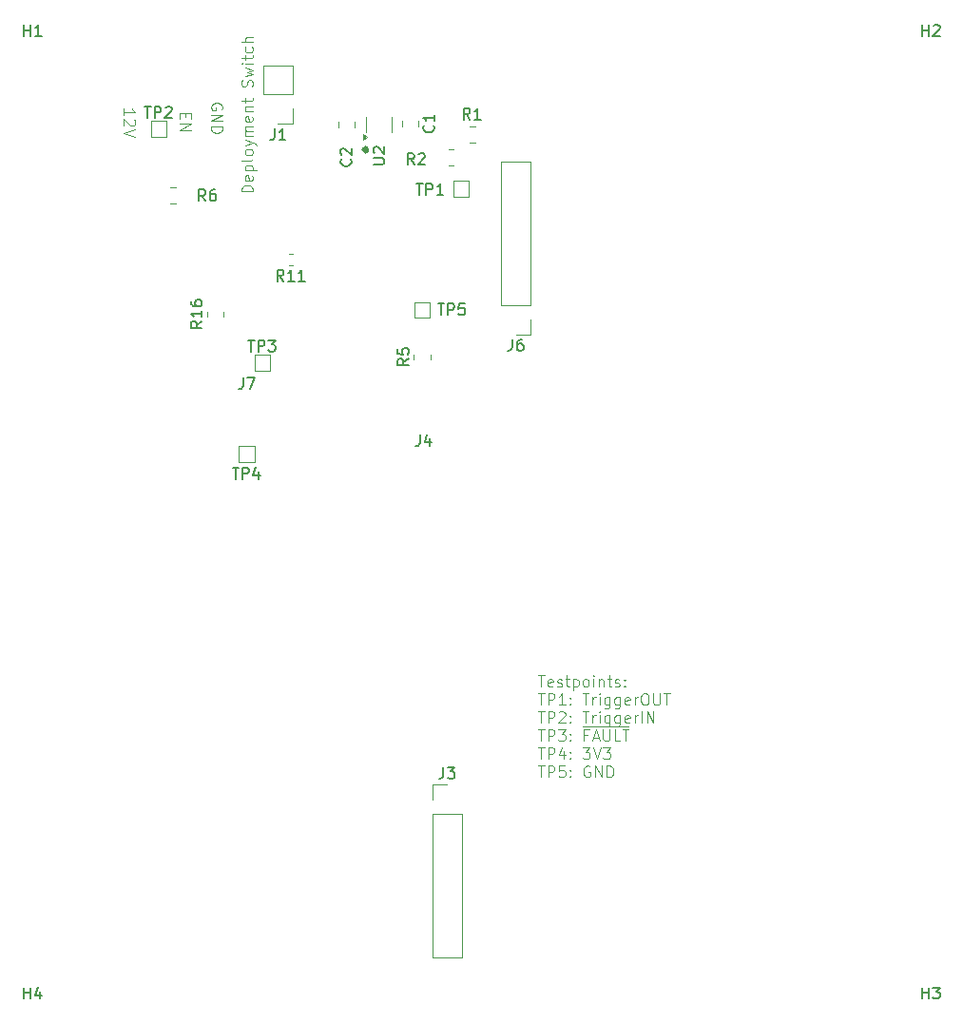
<source format=gbr>
%TF.GenerationSoftware,KiCad,Pcbnew,8.0.8+dfsg-1*%
%TF.CreationDate,2025-08-13T01:43:47+05:30*%
%TF.ProjectId,sanket,73616e6b-6574-42e6-9b69-6361645f7063,6*%
%TF.SameCoordinates,Original*%
%TF.FileFunction,Legend,Top*%
%TF.FilePolarity,Positive*%
%FSLAX46Y46*%
G04 Gerber Fmt 4.6, Leading zero omitted, Abs format (unit mm)*
G04 Created by KiCad (PCBNEW 8.0.8+dfsg-1) date 2025-08-13 01:43:47*
%MOMM*%
%LPD*%
G01*
G04 APERTURE LIST*
%ADD10C,0.359004*%
%ADD11C,0.100000*%
%ADD12C,0.150000*%
%ADD13C,0.120000*%
G04 APERTURE END LIST*
D10*
X132129002Y-60750200D02*
G75*
G02*
X131769998Y-60750200I-179502J0D01*
G01*
X131769998Y-60750200D02*
G75*
G02*
X132129002Y-60750200I179502J0D01*
G01*
D11*
X147325127Y-107554019D02*
X147896555Y-107554019D01*
X147610841Y-108554019D02*
X147610841Y-107554019D01*
X148610841Y-108506400D02*
X148515603Y-108554019D01*
X148515603Y-108554019D02*
X148325127Y-108554019D01*
X148325127Y-108554019D02*
X148229889Y-108506400D01*
X148229889Y-108506400D02*
X148182270Y-108411161D01*
X148182270Y-108411161D02*
X148182270Y-108030209D01*
X148182270Y-108030209D02*
X148229889Y-107934971D01*
X148229889Y-107934971D02*
X148325127Y-107887352D01*
X148325127Y-107887352D02*
X148515603Y-107887352D01*
X148515603Y-107887352D02*
X148610841Y-107934971D01*
X148610841Y-107934971D02*
X148658460Y-108030209D01*
X148658460Y-108030209D02*
X148658460Y-108125447D01*
X148658460Y-108125447D02*
X148182270Y-108220685D01*
X149039413Y-108506400D02*
X149134651Y-108554019D01*
X149134651Y-108554019D02*
X149325127Y-108554019D01*
X149325127Y-108554019D02*
X149420365Y-108506400D01*
X149420365Y-108506400D02*
X149467984Y-108411161D01*
X149467984Y-108411161D02*
X149467984Y-108363542D01*
X149467984Y-108363542D02*
X149420365Y-108268304D01*
X149420365Y-108268304D02*
X149325127Y-108220685D01*
X149325127Y-108220685D02*
X149182270Y-108220685D01*
X149182270Y-108220685D02*
X149087032Y-108173066D01*
X149087032Y-108173066D02*
X149039413Y-108077828D01*
X149039413Y-108077828D02*
X149039413Y-108030209D01*
X149039413Y-108030209D02*
X149087032Y-107934971D01*
X149087032Y-107934971D02*
X149182270Y-107887352D01*
X149182270Y-107887352D02*
X149325127Y-107887352D01*
X149325127Y-107887352D02*
X149420365Y-107934971D01*
X149753699Y-107887352D02*
X150134651Y-107887352D01*
X149896556Y-107554019D02*
X149896556Y-108411161D01*
X149896556Y-108411161D02*
X149944175Y-108506400D01*
X149944175Y-108506400D02*
X150039413Y-108554019D01*
X150039413Y-108554019D02*
X150134651Y-108554019D01*
X150467985Y-107887352D02*
X150467985Y-108887352D01*
X150467985Y-107934971D02*
X150563223Y-107887352D01*
X150563223Y-107887352D02*
X150753699Y-107887352D01*
X150753699Y-107887352D02*
X150848937Y-107934971D01*
X150848937Y-107934971D02*
X150896556Y-107982590D01*
X150896556Y-107982590D02*
X150944175Y-108077828D01*
X150944175Y-108077828D02*
X150944175Y-108363542D01*
X150944175Y-108363542D02*
X150896556Y-108458780D01*
X150896556Y-108458780D02*
X150848937Y-108506400D01*
X150848937Y-108506400D02*
X150753699Y-108554019D01*
X150753699Y-108554019D02*
X150563223Y-108554019D01*
X150563223Y-108554019D02*
X150467985Y-108506400D01*
X151515604Y-108554019D02*
X151420366Y-108506400D01*
X151420366Y-108506400D02*
X151372747Y-108458780D01*
X151372747Y-108458780D02*
X151325128Y-108363542D01*
X151325128Y-108363542D02*
X151325128Y-108077828D01*
X151325128Y-108077828D02*
X151372747Y-107982590D01*
X151372747Y-107982590D02*
X151420366Y-107934971D01*
X151420366Y-107934971D02*
X151515604Y-107887352D01*
X151515604Y-107887352D02*
X151658461Y-107887352D01*
X151658461Y-107887352D02*
X151753699Y-107934971D01*
X151753699Y-107934971D02*
X151801318Y-107982590D01*
X151801318Y-107982590D02*
X151848937Y-108077828D01*
X151848937Y-108077828D02*
X151848937Y-108363542D01*
X151848937Y-108363542D02*
X151801318Y-108458780D01*
X151801318Y-108458780D02*
X151753699Y-108506400D01*
X151753699Y-108506400D02*
X151658461Y-108554019D01*
X151658461Y-108554019D02*
X151515604Y-108554019D01*
X152277509Y-108554019D02*
X152277509Y-107887352D01*
X152277509Y-107554019D02*
X152229890Y-107601638D01*
X152229890Y-107601638D02*
X152277509Y-107649257D01*
X152277509Y-107649257D02*
X152325128Y-107601638D01*
X152325128Y-107601638D02*
X152277509Y-107554019D01*
X152277509Y-107554019D02*
X152277509Y-107649257D01*
X152753699Y-107887352D02*
X152753699Y-108554019D01*
X152753699Y-107982590D02*
X152801318Y-107934971D01*
X152801318Y-107934971D02*
X152896556Y-107887352D01*
X152896556Y-107887352D02*
X153039413Y-107887352D01*
X153039413Y-107887352D02*
X153134651Y-107934971D01*
X153134651Y-107934971D02*
X153182270Y-108030209D01*
X153182270Y-108030209D02*
X153182270Y-108554019D01*
X153515604Y-107887352D02*
X153896556Y-107887352D01*
X153658461Y-107554019D02*
X153658461Y-108411161D01*
X153658461Y-108411161D02*
X153706080Y-108506400D01*
X153706080Y-108506400D02*
X153801318Y-108554019D01*
X153801318Y-108554019D02*
X153896556Y-108554019D01*
X154182271Y-108506400D02*
X154277509Y-108554019D01*
X154277509Y-108554019D02*
X154467985Y-108554019D01*
X154467985Y-108554019D02*
X154563223Y-108506400D01*
X154563223Y-108506400D02*
X154610842Y-108411161D01*
X154610842Y-108411161D02*
X154610842Y-108363542D01*
X154610842Y-108363542D02*
X154563223Y-108268304D01*
X154563223Y-108268304D02*
X154467985Y-108220685D01*
X154467985Y-108220685D02*
X154325128Y-108220685D01*
X154325128Y-108220685D02*
X154229890Y-108173066D01*
X154229890Y-108173066D02*
X154182271Y-108077828D01*
X154182271Y-108077828D02*
X154182271Y-108030209D01*
X154182271Y-108030209D02*
X154229890Y-107934971D01*
X154229890Y-107934971D02*
X154325128Y-107887352D01*
X154325128Y-107887352D02*
X154467985Y-107887352D01*
X154467985Y-107887352D02*
X154563223Y-107934971D01*
X155039414Y-108458780D02*
X155087033Y-108506400D01*
X155087033Y-108506400D02*
X155039414Y-108554019D01*
X155039414Y-108554019D02*
X154991795Y-108506400D01*
X154991795Y-108506400D02*
X155039414Y-108458780D01*
X155039414Y-108458780D02*
X155039414Y-108554019D01*
X155039414Y-107934971D02*
X155087033Y-107982590D01*
X155087033Y-107982590D02*
X155039414Y-108030209D01*
X155039414Y-108030209D02*
X154991795Y-107982590D01*
X154991795Y-107982590D02*
X155039414Y-107934971D01*
X155039414Y-107934971D02*
X155039414Y-108030209D01*
X147325127Y-109163963D02*
X147896555Y-109163963D01*
X147610841Y-110163963D02*
X147610841Y-109163963D01*
X148229889Y-110163963D02*
X148229889Y-109163963D01*
X148229889Y-109163963D02*
X148610841Y-109163963D01*
X148610841Y-109163963D02*
X148706079Y-109211582D01*
X148706079Y-109211582D02*
X148753698Y-109259201D01*
X148753698Y-109259201D02*
X148801317Y-109354439D01*
X148801317Y-109354439D02*
X148801317Y-109497296D01*
X148801317Y-109497296D02*
X148753698Y-109592534D01*
X148753698Y-109592534D02*
X148706079Y-109640153D01*
X148706079Y-109640153D02*
X148610841Y-109687772D01*
X148610841Y-109687772D02*
X148229889Y-109687772D01*
X149753698Y-110163963D02*
X149182270Y-110163963D01*
X149467984Y-110163963D02*
X149467984Y-109163963D01*
X149467984Y-109163963D02*
X149372746Y-109306820D01*
X149372746Y-109306820D02*
X149277508Y-109402058D01*
X149277508Y-109402058D02*
X149182270Y-109449677D01*
X150182270Y-110068724D02*
X150229889Y-110116344D01*
X150229889Y-110116344D02*
X150182270Y-110163963D01*
X150182270Y-110163963D02*
X150134651Y-110116344D01*
X150134651Y-110116344D02*
X150182270Y-110068724D01*
X150182270Y-110068724D02*
X150182270Y-110163963D01*
X150182270Y-109544915D02*
X150229889Y-109592534D01*
X150229889Y-109592534D02*
X150182270Y-109640153D01*
X150182270Y-109640153D02*
X150134651Y-109592534D01*
X150134651Y-109592534D02*
X150182270Y-109544915D01*
X150182270Y-109544915D02*
X150182270Y-109640153D01*
X151277508Y-109163963D02*
X151848936Y-109163963D01*
X151563222Y-110163963D02*
X151563222Y-109163963D01*
X152182270Y-110163963D02*
X152182270Y-109497296D01*
X152182270Y-109687772D02*
X152229889Y-109592534D01*
X152229889Y-109592534D02*
X152277508Y-109544915D01*
X152277508Y-109544915D02*
X152372746Y-109497296D01*
X152372746Y-109497296D02*
X152467984Y-109497296D01*
X152801318Y-110163963D02*
X152801318Y-109497296D01*
X152801318Y-109163963D02*
X152753699Y-109211582D01*
X152753699Y-109211582D02*
X152801318Y-109259201D01*
X152801318Y-109259201D02*
X152848937Y-109211582D01*
X152848937Y-109211582D02*
X152801318Y-109163963D01*
X152801318Y-109163963D02*
X152801318Y-109259201D01*
X153706079Y-109497296D02*
X153706079Y-110306820D01*
X153706079Y-110306820D02*
X153658460Y-110402058D01*
X153658460Y-110402058D02*
X153610841Y-110449677D01*
X153610841Y-110449677D02*
X153515603Y-110497296D01*
X153515603Y-110497296D02*
X153372746Y-110497296D01*
X153372746Y-110497296D02*
X153277508Y-110449677D01*
X153706079Y-110116344D02*
X153610841Y-110163963D01*
X153610841Y-110163963D02*
X153420365Y-110163963D01*
X153420365Y-110163963D02*
X153325127Y-110116344D01*
X153325127Y-110116344D02*
X153277508Y-110068724D01*
X153277508Y-110068724D02*
X153229889Y-109973486D01*
X153229889Y-109973486D02*
X153229889Y-109687772D01*
X153229889Y-109687772D02*
X153277508Y-109592534D01*
X153277508Y-109592534D02*
X153325127Y-109544915D01*
X153325127Y-109544915D02*
X153420365Y-109497296D01*
X153420365Y-109497296D02*
X153610841Y-109497296D01*
X153610841Y-109497296D02*
X153706079Y-109544915D01*
X154610841Y-109497296D02*
X154610841Y-110306820D01*
X154610841Y-110306820D02*
X154563222Y-110402058D01*
X154563222Y-110402058D02*
X154515603Y-110449677D01*
X154515603Y-110449677D02*
X154420365Y-110497296D01*
X154420365Y-110497296D02*
X154277508Y-110497296D01*
X154277508Y-110497296D02*
X154182270Y-110449677D01*
X154610841Y-110116344D02*
X154515603Y-110163963D01*
X154515603Y-110163963D02*
X154325127Y-110163963D01*
X154325127Y-110163963D02*
X154229889Y-110116344D01*
X154229889Y-110116344D02*
X154182270Y-110068724D01*
X154182270Y-110068724D02*
X154134651Y-109973486D01*
X154134651Y-109973486D02*
X154134651Y-109687772D01*
X154134651Y-109687772D02*
X154182270Y-109592534D01*
X154182270Y-109592534D02*
X154229889Y-109544915D01*
X154229889Y-109544915D02*
X154325127Y-109497296D01*
X154325127Y-109497296D02*
X154515603Y-109497296D01*
X154515603Y-109497296D02*
X154610841Y-109544915D01*
X155467984Y-110116344D02*
X155372746Y-110163963D01*
X155372746Y-110163963D02*
X155182270Y-110163963D01*
X155182270Y-110163963D02*
X155087032Y-110116344D01*
X155087032Y-110116344D02*
X155039413Y-110021105D01*
X155039413Y-110021105D02*
X155039413Y-109640153D01*
X155039413Y-109640153D02*
X155087032Y-109544915D01*
X155087032Y-109544915D02*
X155182270Y-109497296D01*
X155182270Y-109497296D02*
X155372746Y-109497296D01*
X155372746Y-109497296D02*
X155467984Y-109544915D01*
X155467984Y-109544915D02*
X155515603Y-109640153D01*
X155515603Y-109640153D02*
X155515603Y-109735391D01*
X155515603Y-109735391D02*
X155039413Y-109830629D01*
X155944175Y-110163963D02*
X155944175Y-109497296D01*
X155944175Y-109687772D02*
X155991794Y-109592534D01*
X155991794Y-109592534D02*
X156039413Y-109544915D01*
X156039413Y-109544915D02*
X156134651Y-109497296D01*
X156134651Y-109497296D02*
X156229889Y-109497296D01*
X156753699Y-109163963D02*
X156944175Y-109163963D01*
X156944175Y-109163963D02*
X157039413Y-109211582D01*
X157039413Y-109211582D02*
X157134651Y-109306820D01*
X157134651Y-109306820D02*
X157182270Y-109497296D01*
X157182270Y-109497296D02*
X157182270Y-109830629D01*
X157182270Y-109830629D02*
X157134651Y-110021105D01*
X157134651Y-110021105D02*
X157039413Y-110116344D01*
X157039413Y-110116344D02*
X156944175Y-110163963D01*
X156944175Y-110163963D02*
X156753699Y-110163963D01*
X156753699Y-110163963D02*
X156658461Y-110116344D01*
X156658461Y-110116344D02*
X156563223Y-110021105D01*
X156563223Y-110021105D02*
X156515604Y-109830629D01*
X156515604Y-109830629D02*
X156515604Y-109497296D01*
X156515604Y-109497296D02*
X156563223Y-109306820D01*
X156563223Y-109306820D02*
X156658461Y-109211582D01*
X156658461Y-109211582D02*
X156753699Y-109163963D01*
X157610842Y-109163963D02*
X157610842Y-109973486D01*
X157610842Y-109973486D02*
X157658461Y-110068724D01*
X157658461Y-110068724D02*
X157706080Y-110116344D01*
X157706080Y-110116344D02*
X157801318Y-110163963D01*
X157801318Y-110163963D02*
X157991794Y-110163963D01*
X157991794Y-110163963D02*
X158087032Y-110116344D01*
X158087032Y-110116344D02*
X158134651Y-110068724D01*
X158134651Y-110068724D02*
X158182270Y-109973486D01*
X158182270Y-109973486D02*
X158182270Y-109163963D01*
X158515604Y-109163963D02*
X159087032Y-109163963D01*
X158801318Y-110163963D02*
X158801318Y-109163963D01*
X147325127Y-110773907D02*
X147896555Y-110773907D01*
X147610841Y-111773907D02*
X147610841Y-110773907D01*
X148229889Y-111773907D02*
X148229889Y-110773907D01*
X148229889Y-110773907D02*
X148610841Y-110773907D01*
X148610841Y-110773907D02*
X148706079Y-110821526D01*
X148706079Y-110821526D02*
X148753698Y-110869145D01*
X148753698Y-110869145D02*
X148801317Y-110964383D01*
X148801317Y-110964383D02*
X148801317Y-111107240D01*
X148801317Y-111107240D02*
X148753698Y-111202478D01*
X148753698Y-111202478D02*
X148706079Y-111250097D01*
X148706079Y-111250097D02*
X148610841Y-111297716D01*
X148610841Y-111297716D02*
X148229889Y-111297716D01*
X149182270Y-110869145D02*
X149229889Y-110821526D01*
X149229889Y-110821526D02*
X149325127Y-110773907D01*
X149325127Y-110773907D02*
X149563222Y-110773907D01*
X149563222Y-110773907D02*
X149658460Y-110821526D01*
X149658460Y-110821526D02*
X149706079Y-110869145D01*
X149706079Y-110869145D02*
X149753698Y-110964383D01*
X149753698Y-110964383D02*
X149753698Y-111059621D01*
X149753698Y-111059621D02*
X149706079Y-111202478D01*
X149706079Y-111202478D02*
X149134651Y-111773907D01*
X149134651Y-111773907D02*
X149753698Y-111773907D01*
X150182270Y-111678668D02*
X150229889Y-111726288D01*
X150229889Y-111726288D02*
X150182270Y-111773907D01*
X150182270Y-111773907D02*
X150134651Y-111726288D01*
X150134651Y-111726288D02*
X150182270Y-111678668D01*
X150182270Y-111678668D02*
X150182270Y-111773907D01*
X150182270Y-111154859D02*
X150229889Y-111202478D01*
X150229889Y-111202478D02*
X150182270Y-111250097D01*
X150182270Y-111250097D02*
X150134651Y-111202478D01*
X150134651Y-111202478D02*
X150182270Y-111154859D01*
X150182270Y-111154859D02*
X150182270Y-111250097D01*
X151277508Y-110773907D02*
X151848936Y-110773907D01*
X151563222Y-111773907D02*
X151563222Y-110773907D01*
X152182270Y-111773907D02*
X152182270Y-111107240D01*
X152182270Y-111297716D02*
X152229889Y-111202478D01*
X152229889Y-111202478D02*
X152277508Y-111154859D01*
X152277508Y-111154859D02*
X152372746Y-111107240D01*
X152372746Y-111107240D02*
X152467984Y-111107240D01*
X152801318Y-111773907D02*
X152801318Y-111107240D01*
X152801318Y-110773907D02*
X152753699Y-110821526D01*
X152753699Y-110821526D02*
X152801318Y-110869145D01*
X152801318Y-110869145D02*
X152848937Y-110821526D01*
X152848937Y-110821526D02*
X152801318Y-110773907D01*
X152801318Y-110773907D02*
X152801318Y-110869145D01*
X153706079Y-111107240D02*
X153706079Y-111916764D01*
X153706079Y-111916764D02*
X153658460Y-112012002D01*
X153658460Y-112012002D02*
X153610841Y-112059621D01*
X153610841Y-112059621D02*
X153515603Y-112107240D01*
X153515603Y-112107240D02*
X153372746Y-112107240D01*
X153372746Y-112107240D02*
X153277508Y-112059621D01*
X153706079Y-111726288D02*
X153610841Y-111773907D01*
X153610841Y-111773907D02*
X153420365Y-111773907D01*
X153420365Y-111773907D02*
X153325127Y-111726288D01*
X153325127Y-111726288D02*
X153277508Y-111678668D01*
X153277508Y-111678668D02*
X153229889Y-111583430D01*
X153229889Y-111583430D02*
X153229889Y-111297716D01*
X153229889Y-111297716D02*
X153277508Y-111202478D01*
X153277508Y-111202478D02*
X153325127Y-111154859D01*
X153325127Y-111154859D02*
X153420365Y-111107240D01*
X153420365Y-111107240D02*
X153610841Y-111107240D01*
X153610841Y-111107240D02*
X153706079Y-111154859D01*
X154610841Y-111107240D02*
X154610841Y-111916764D01*
X154610841Y-111916764D02*
X154563222Y-112012002D01*
X154563222Y-112012002D02*
X154515603Y-112059621D01*
X154515603Y-112059621D02*
X154420365Y-112107240D01*
X154420365Y-112107240D02*
X154277508Y-112107240D01*
X154277508Y-112107240D02*
X154182270Y-112059621D01*
X154610841Y-111726288D02*
X154515603Y-111773907D01*
X154515603Y-111773907D02*
X154325127Y-111773907D01*
X154325127Y-111773907D02*
X154229889Y-111726288D01*
X154229889Y-111726288D02*
X154182270Y-111678668D01*
X154182270Y-111678668D02*
X154134651Y-111583430D01*
X154134651Y-111583430D02*
X154134651Y-111297716D01*
X154134651Y-111297716D02*
X154182270Y-111202478D01*
X154182270Y-111202478D02*
X154229889Y-111154859D01*
X154229889Y-111154859D02*
X154325127Y-111107240D01*
X154325127Y-111107240D02*
X154515603Y-111107240D01*
X154515603Y-111107240D02*
X154610841Y-111154859D01*
X155467984Y-111726288D02*
X155372746Y-111773907D01*
X155372746Y-111773907D02*
X155182270Y-111773907D01*
X155182270Y-111773907D02*
X155087032Y-111726288D01*
X155087032Y-111726288D02*
X155039413Y-111631049D01*
X155039413Y-111631049D02*
X155039413Y-111250097D01*
X155039413Y-111250097D02*
X155087032Y-111154859D01*
X155087032Y-111154859D02*
X155182270Y-111107240D01*
X155182270Y-111107240D02*
X155372746Y-111107240D01*
X155372746Y-111107240D02*
X155467984Y-111154859D01*
X155467984Y-111154859D02*
X155515603Y-111250097D01*
X155515603Y-111250097D02*
X155515603Y-111345335D01*
X155515603Y-111345335D02*
X155039413Y-111440573D01*
X155944175Y-111773907D02*
X155944175Y-111107240D01*
X155944175Y-111297716D02*
X155991794Y-111202478D01*
X155991794Y-111202478D02*
X156039413Y-111154859D01*
X156039413Y-111154859D02*
X156134651Y-111107240D01*
X156134651Y-111107240D02*
X156229889Y-111107240D01*
X156563223Y-111773907D02*
X156563223Y-110773907D01*
X157039413Y-111773907D02*
X157039413Y-110773907D01*
X157039413Y-110773907D02*
X157610841Y-111773907D01*
X157610841Y-111773907D02*
X157610841Y-110773907D01*
X147325127Y-112383851D02*
X147896555Y-112383851D01*
X147610841Y-113383851D02*
X147610841Y-112383851D01*
X148229889Y-113383851D02*
X148229889Y-112383851D01*
X148229889Y-112383851D02*
X148610841Y-112383851D01*
X148610841Y-112383851D02*
X148706079Y-112431470D01*
X148706079Y-112431470D02*
X148753698Y-112479089D01*
X148753698Y-112479089D02*
X148801317Y-112574327D01*
X148801317Y-112574327D02*
X148801317Y-112717184D01*
X148801317Y-112717184D02*
X148753698Y-112812422D01*
X148753698Y-112812422D02*
X148706079Y-112860041D01*
X148706079Y-112860041D02*
X148610841Y-112907660D01*
X148610841Y-112907660D02*
X148229889Y-112907660D01*
X149134651Y-112383851D02*
X149753698Y-112383851D01*
X149753698Y-112383851D02*
X149420365Y-112764803D01*
X149420365Y-112764803D02*
X149563222Y-112764803D01*
X149563222Y-112764803D02*
X149658460Y-112812422D01*
X149658460Y-112812422D02*
X149706079Y-112860041D01*
X149706079Y-112860041D02*
X149753698Y-112955279D01*
X149753698Y-112955279D02*
X149753698Y-113193374D01*
X149753698Y-113193374D02*
X149706079Y-113288612D01*
X149706079Y-113288612D02*
X149658460Y-113336232D01*
X149658460Y-113336232D02*
X149563222Y-113383851D01*
X149563222Y-113383851D02*
X149277508Y-113383851D01*
X149277508Y-113383851D02*
X149182270Y-113336232D01*
X149182270Y-113336232D02*
X149134651Y-113288612D01*
X150182270Y-113288612D02*
X150229889Y-113336232D01*
X150229889Y-113336232D02*
X150182270Y-113383851D01*
X150182270Y-113383851D02*
X150134651Y-113336232D01*
X150134651Y-113336232D02*
X150182270Y-113288612D01*
X150182270Y-113288612D02*
X150182270Y-113383851D01*
X150182270Y-112764803D02*
X150229889Y-112812422D01*
X150229889Y-112812422D02*
X150182270Y-112860041D01*
X150182270Y-112860041D02*
X150134651Y-112812422D01*
X150134651Y-112812422D02*
X150182270Y-112764803D01*
X150182270Y-112764803D02*
X150182270Y-112860041D01*
X151753698Y-112860041D02*
X151420365Y-112860041D01*
X151420365Y-113383851D02*
X151420365Y-112383851D01*
X151420365Y-112383851D02*
X151896555Y-112383851D01*
X152229889Y-113098136D02*
X152706079Y-113098136D01*
X152134651Y-113383851D02*
X152467984Y-112383851D01*
X152467984Y-112383851D02*
X152801317Y-113383851D01*
X153134651Y-112383851D02*
X153134651Y-113193374D01*
X153134651Y-113193374D02*
X153182270Y-113288612D01*
X153182270Y-113288612D02*
X153229889Y-113336232D01*
X153229889Y-113336232D02*
X153325127Y-113383851D01*
X153325127Y-113383851D02*
X153515603Y-113383851D01*
X153515603Y-113383851D02*
X153610841Y-113336232D01*
X153610841Y-113336232D02*
X153658460Y-113288612D01*
X153658460Y-113288612D02*
X153706079Y-113193374D01*
X153706079Y-113193374D02*
X153706079Y-112383851D01*
X154658460Y-113383851D02*
X154182270Y-113383851D01*
X154182270Y-113383851D02*
X154182270Y-112383851D01*
X154848937Y-112383851D02*
X155420365Y-112383851D01*
X155134651Y-113383851D02*
X155134651Y-112383851D01*
X151282270Y-112106232D02*
X155415604Y-112106232D01*
X147325127Y-113993795D02*
X147896555Y-113993795D01*
X147610841Y-114993795D02*
X147610841Y-113993795D01*
X148229889Y-114993795D02*
X148229889Y-113993795D01*
X148229889Y-113993795D02*
X148610841Y-113993795D01*
X148610841Y-113993795D02*
X148706079Y-114041414D01*
X148706079Y-114041414D02*
X148753698Y-114089033D01*
X148753698Y-114089033D02*
X148801317Y-114184271D01*
X148801317Y-114184271D02*
X148801317Y-114327128D01*
X148801317Y-114327128D02*
X148753698Y-114422366D01*
X148753698Y-114422366D02*
X148706079Y-114469985D01*
X148706079Y-114469985D02*
X148610841Y-114517604D01*
X148610841Y-114517604D02*
X148229889Y-114517604D01*
X149658460Y-114327128D02*
X149658460Y-114993795D01*
X149420365Y-113946176D02*
X149182270Y-114660461D01*
X149182270Y-114660461D02*
X149801317Y-114660461D01*
X150182270Y-114898556D02*
X150229889Y-114946176D01*
X150229889Y-114946176D02*
X150182270Y-114993795D01*
X150182270Y-114993795D02*
X150134651Y-114946176D01*
X150134651Y-114946176D02*
X150182270Y-114898556D01*
X150182270Y-114898556D02*
X150182270Y-114993795D01*
X150182270Y-114374747D02*
X150229889Y-114422366D01*
X150229889Y-114422366D02*
X150182270Y-114469985D01*
X150182270Y-114469985D02*
X150134651Y-114422366D01*
X150134651Y-114422366D02*
X150182270Y-114374747D01*
X150182270Y-114374747D02*
X150182270Y-114469985D01*
X151325127Y-113993795D02*
X151944174Y-113993795D01*
X151944174Y-113993795D02*
X151610841Y-114374747D01*
X151610841Y-114374747D02*
X151753698Y-114374747D01*
X151753698Y-114374747D02*
X151848936Y-114422366D01*
X151848936Y-114422366D02*
X151896555Y-114469985D01*
X151896555Y-114469985D02*
X151944174Y-114565223D01*
X151944174Y-114565223D02*
X151944174Y-114803318D01*
X151944174Y-114803318D02*
X151896555Y-114898556D01*
X151896555Y-114898556D02*
X151848936Y-114946176D01*
X151848936Y-114946176D02*
X151753698Y-114993795D01*
X151753698Y-114993795D02*
X151467984Y-114993795D01*
X151467984Y-114993795D02*
X151372746Y-114946176D01*
X151372746Y-114946176D02*
X151325127Y-114898556D01*
X152229889Y-113993795D02*
X152563222Y-114993795D01*
X152563222Y-114993795D02*
X152896555Y-113993795D01*
X153134651Y-113993795D02*
X153753698Y-113993795D01*
X153753698Y-113993795D02*
X153420365Y-114374747D01*
X153420365Y-114374747D02*
X153563222Y-114374747D01*
X153563222Y-114374747D02*
X153658460Y-114422366D01*
X153658460Y-114422366D02*
X153706079Y-114469985D01*
X153706079Y-114469985D02*
X153753698Y-114565223D01*
X153753698Y-114565223D02*
X153753698Y-114803318D01*
X153753698Y-114803318D02*
X153706079Y-114898556D01*
X153706079Y-114898556D02*
X153658460Y-114946176D01*
X153658460Y-114946176D02*
X153563222Y-114993795D01*
X153563222Y-114993795D02*
X153277508Y-114993795D01*
X153277508Y-114993795D02*
X153182270Y-114946176D01*
X153182270Y-114946176D02*
X153134651Y-114898556D01*
X147325127Y-115603739D02*
X147896555Y-115603739D01*
X147610841Y-116603739D02*
X147610841Y-115603739D01*
X148229889Y-116603739D02*
X148229889Y-115603739D01*
X148229889Y-115603739D02*
X148610841Y-115603739D01*
X148610841Y-115603739D02*
X148706079Y-115651358D01*
X148706079Y-115651358D02*
X148753698Y-115698977D01*
X148753698Y-115698977D02*
X148801317Y-115794215D01*
X148801317Y-115794215D02*
X148801317Y-115937072D01*
X148801317Y-115937072D02*
X148753698Y-116032310D01*
X148753698Y-116032310D02*
X148706079Y-116079929D01*
X148706079Y-116079929D02*
X148610841Y-116127548D01*
X148610841Y-116127548D02*
X148229889Y-116127548D01*
X149706079Y-115603739D02*
X149229889Y-115603739D01*
X149229889Y-115603739D02*
X149182270Y-116079929D01*
X149182270Y-116079929D02*
X149229889Y-116032310D01*
X149229889Y-116032310D02*
X149325127Y-115984691D01*
X149325127Y-115984691D02*
X149563222Y-115984691D01*
X149563222Y-115984691D02*
X149658460Y-116032310D01*
X149658460Y-116032310D02*
X149706079Y-116079929D01*
X149706079Y-116079929D02*
X149753698Y-116175167D01*
X149753698Y-116175167D02*
X149753698Y-116413262D01*
X149753698Y-116413262D02*
X149706079Y-116508500D01*
X149706079Y-116508500D02*
X149658460Y-116556120D01*
X149658460Y-116556120D02*
X149563222Y-116603739D01*
X149563222Y-116603739D02*
X149325127Y-116603739D01*
X149325127Y-116603739D02*
X149229889Y-116556120D01*
X149229889Y-116556120D02*
X149182270Y-116508500D01*
X150182270Y-116508500D02*
X150229889Y-116556120D01*
X150229889Y-116556120D02*
X150182270Y-116603739D01*
X150182270Y-116603739D02*
X150134651Y-116556120D01*
X150134651Y-116556120D02*
X150182270Y-116508500D01*
X150182270Y-116508500D02*
X150182270Y-116603739D01*
X150182270Y-115984691D02*
X150229889Y-116032310D01*
X150229889Y-116032310D02*
X150182270Y-116079929D01*
X150182270Y-116079929D02*
X150134651Y-116032310D01*
X150134651Y-116032310D02*
X150182270Y-115984691D01*
X150182270Y-115984691D02*
X150182270Y-116079929D01*
X151944174Y-115651358D02*
X151848936Y-115603739D01*
X151848936Y-115603739D02*
X151706079Y-115603739D01*
X151706079Y-115603739D02*
X151563222Y-115651358D01*
X151563222Y-115651358D02*
X151467984Y-115746596D01*
X151467984Y-115746596D02*
X151420365Y-115841834D01*
X151420365Y-115841834D02*
X151372746Y-116032310D01*
X151372746Y-116032310D02*
X151372746Y-116175167D01*
X151372746Y-116175167D02*
X151420365Y-116365643D01*
X151420365Y-116365643D02*
X151467984Y-116460881D01*
X151467984Y-116460881D02*
X151563222Y-116556120D01*
X151563222Y-116556120D02*
X151706079Y-116603739D01*
X151706079Y-116603739D02*
X151801317Y-116603739D01*
X151801317Y-116603739D02*
X151944174Y-116556120D01*
X151944174Y-116556120D02*
X151991793Y-116508500D01*
X151991793Y-116508500D02*
X151991793Y-116175167D01*
X151991793Y-116175167D02*
X151801317Y-116175167D01*
X152420365Y-116603739D02*
X152420365Y-115603739D01*
X152420365Y-115603739D02*
X152991793Y-116603739D01*
X152991793Y-116603739D02*
X152991793Y-115603739D01*
X153467984Y-116603739D02*
X153467984Y-115603739D01*
X153467984Y-115603739D02*
X153706079Y-115603739D01*
X153706079Y-115603739D02*
X153848936Y-115651358D01*
X153848936Y-115651358D02*
X153944174Y-115746596D01*
X153944174Y-115746596D02*
X153991793Y-115841834D01*
X153991793Y-115841834D02*
X154039412Y-116032310D01*
X154039412Y-116032310D02*
X154039412Y-116175167D01*
X154039412Y-116175167D02*
X153991793Y-116365643D01*
X153991793Y-116365643D02*
X153944174Y-116460881D01*
X153944174Y-116460881D02*
X153848936Y-116556120D01*
X153848936Y-116556120D02*
X153706079Y-116603739D01*
X153706079Y-116603739D02*
X153467984Y-116603739D01*
D12*
X136797766Y-86138419D02*
X136797766Y-86852704D01*
X136797766Y-86852704D02*
X136750147Y-86995561D01*
X136750147Y-86995561D02*
X136654909Y-87090800D01*
X136654909Y-87090800D02*
X136512052Y-87138419D01*
X136512052Y-87138419D02*
X136416814Y-87138419D01*
X137702528Y-86471752D02*
X137702528Y-87138419D01*
X137464433Y-86090800D02*
X137226338Y-86805085D01*
X137226338Y-86805085D02*
X137845385Y-86805085D01*
X121049766Y-81058419D02*
X121049766Y-81772704D01*
X121049766Y-81772704D02*
X121002147Y-81915561D01*
X121002147Y-81915561D02*
X120906909Y-82010800D01*
X120906909Y-82010800D02*
X120764052Y-82058419D01*
X120764052Y-82058419D02*
X120668814Y-82058419D01*
X121430719Y-81058419D02*
X122097385Y-81058419D01*
X122097385Y-81058419D02*
X121668814Y-82058419D01*
D11*
X115938490Y-57523484D02*
X115938490Y-57856817D01*
X115414680Y-57999674D02*
X115414680Y-57523484D01*
X115414680Y-57523484D02*
X116414680Y-57523484D01*
X116414680Y-57523484D02*
X116414680Y-57999674D01*
X115414680Y-58428246D02*
X116414680Y-58428246D01*
X116414680Y-58428246D02*
X115414680Y-58999674D01*
X115414680Y-58999674D02*
X116414680Y-58999674D01*
X110461680Y-57666293D02*
X110461680Y-57094865D01*
X110461680Y-57380579D02*
X111461680Y-57380579D01*
X111461680Y-57380579D02*
X111318823Y-57285341D01*
X111318823Y-57285341D02*
X111223585Y-57190103D01*
X111223585Y-57190103D02*
X111175966Y-57094865D01*
X111366442Y-58047246D02*
X111414061Y-58094865D01*
X111414061Y-58094865D02*
X111461680Y-58190103D01*
X111461680Y-58190103D02*
X111461680Y-58428198D01*
X111461680Y-58428198D02*
X111414061Y-58523436D01*
X111414061Y-58523436D02*
X111366442Y-58571055D01*
X111366442Y-58571055D02*
X111271204Y-58618674D01*
X111271204Y-58618674D02*
X111175966Y-58618674D01*
X111175966Y-58618674D02*
X111033109Y-58571055D01*
X111033109Y-58571055D02*
X110461680Y-57999627D01*
X110461680Y-57999627D02*
X110461680Y-58618674D01*
X111461680Y-58904389D02*
X110461680Y-59237722D01*
X110461680Y-59237722D02*
X111461680Y-59571055D01*
X119161061Y-57158293D02*
X119208680Y-57063055D01*
X119208680Y-57063055D02*
X119208680Y-56920198D01*
X119208680Y-56920198D02*
X119161061Y-56777341D01*
X119161061Y-56777341D02*
X119065823Y-56682103D01*
X119065823Y-56682103D02*
X118970585Y-56634484D01*
X118970585Y-56634484D02*
X118780109Y-56586865D01*
X118780109Y-56586865D02*
X118637252Y-56586865D01*
X118637252Y-56586865D02*
X118446776Y-56634484D01*
X118446776Y-56634484D02*
X118351538Y-56682103D01*
X118351538Y-56682103D02*
X118256300Y-56777341D01*
X118256300Y-56777341D02*
X118208680Y-56920198D01*
X118208680Y-56920198D02*
X118208680Y-57015436D01*
X118208680Y-57015436D02*
X118256300Y-57158293D01*
X118256300Y-57158293D02*
X118303919Y-57205912D01*
X118303919Y-57205912D02*
X118637252Y-57205912D01*
X118637252Y-57205912D02*
X118637252Y-57015436D01*
X118208680Y-57634484D02*
X119208680Y-57634484D01*
X119208680Y-57634484D02*
X118208680Y-58205912D01*
X118208680Y-58205912D02*
X119208680Y-58205912D01*
X118208680Y-58682103D02*
X119208680Y-58682103D01*
X119208680Y-58682103D02*
X119208680Y-58920198D01*
X119208680Y-58920198D02*
X119161061Y-59063055D01*
X119161061Y-59063055D02*
X119065823Y-59158293D01*
X119065823Y-59158293D02*
X118970585Y-59205912D01*
X118970585Y-59205912D02*
X118780109Y-59253531D01*
X118780109Y-59253531D02*
X118637252Y-59253531D01*
X118637252Y-59253531D02*
X118446776Y-59205912D01*
X118446776Y-59205912D02*
X118351538Y-59158293D01*
X118351538Y-59158293D02*
X118256300Y-59063055D01*
X118256300Y-59063055D02*
X118208680Y-58920198D01*
X118208680Y-58920198D02*
X118208680Y-58682103D01*
X121915919Y-64459515D02*
X120915919Y-64459515D01*
X120915919Y-64459515D02*
X120915919Y-64221420D01*
X120915919Y-64221420D02*
X120963538Y-64078563D01*
X120963538Y-64078563D02*
X121058776Y-63983325D01*
X121058776Y-63983325D02*
X121154014Y-63935706D01*
X121154014Y-63935706D02*
X121344490Y-63888087D01*
X121344490Y-63888087D02*
X121487347Y-63888087D01*
X121487347Y-63888087D02*
X121677823Y-63935706D01*
X121677823Y-63935706D02*
X121773061Y-63983325D01*
X121773061Y-63983325D02*
X121868300Y-64078563D01*
X121868300Y-64078563D02*
X121915919Y-64221420D01*
X121915919Y-64221420D02*
X121915919Y-64459515D01*
X121868300Y-63078563D02*
X121915919Y-63173801D01*
X121915919Y-63173801D02*
X121915919Y-63364277D01*
X121915919Y-63364277D02*
X121868300Y-63459515D01*
X121868300Y-63459515D02*
X121773061Y-63507134D01*
X121773061Y-63507134D02*
X121392109Y-63507134D01*
X121392109Y-63507134D02*
X121296871Y-63459515D01*
X121296871Y-63459515D02*
X121249252Y-63364277D01*
X121249252Y-63364277D02*
X121249252Y-63173801D01*
X121249252Y-63173801D02*
X121296871Y-63078563D01*
X121296871Y-63078563D02*
X121392109Y-63030944D01*
X121392109Y-63030944D02*
X121487347Y-63030944D01*
X121487347Y-63030944D02*
X121582585Y-63507134D01*
X121249252Y-62602372D02*
X122249252Y-62602372D01*
X121296871Y-62602372D02*
X121249252Y-62507134D01*
X121249252Y-62507134D02*
X121249252Y-62316658D01*
X121249252Y-62316658D02*
X121296871Y-62221420D01*
X121296871Y-62221420D02*
X121344490Y-62173801D01*
X121344490Y-62173801D02*
X121439728Y-62126182D01*
X121439728Y-62126182D02*
X121725442Y-62126182D01*
X121725442Y-62126182D02*
X121820680Y-62173801D01*
X121820680Y-62173801D02*
X121868300Y-62221420D01*
X121868300Y-62221420D02*
X121915919Y-62316658D01*
X121915919Y-62316658D02*
X121915919Y-62507134D01*
X121915919Y-62507134D02*
X121868300Y-62602372D01*
X121915919Y-61554753D02*
X121868300Y-61649991D01*
X121868300Y-61649991D02*
X121773061Y-61697610D01*
X121773061Y-61697610D02*
X120915919Y-61697610D01*
X121915919Y-61030943D02*
X121868300Y-61126181D01*
X121868300Y-61126181D02*
X121820680Y-61173800D01*
X121820680Y-61173800D02*
X121725442Y-61221419D01*
X121725442Y-61221419D02*
X121439728Y-61221419D01*
X121439728Y-61221419D02*
X121344490Y-61173800D01*
X121344490Y-61173800D02*
X121296871Y-61126181D01*
X121296871Y-61126181D02*
X121249252Y-61030943D01*
X121249252Y-61030943D02*
X121249252Y-60888086D01*
X121249252Y-60888086D02*
X121296871Y-60792848D01*
X121296871Y-60792848D02*
X121344490Y-60745229D01*
X121344490Y-60745229D02*
X121439728Y-60697610D01*
X121439728Y-60697610D02*
X121725442Y-60697610D01*
X121725442Y-60697610D02*
X121820680Y-60745229D01*
X121820680Y-60745229D02*
X121868300Y-60792848D01*
X121868300Y-60792848D02*
X121915919Y-60888086D01*
X121915919Y-60888086D02*
X121915919Y-61030943D01*
X121249252Y-60364276D02*
X121915919Y-60126181D01*
X121249252Y-59888086D02*
X121915919Y-60126181D01*
X121915919Y-60126181D02*
X122154014Y-60221419D01*
X122154014Y-60221419D02*
X122201633Y-60269038D01*
X122201633Y-60269038D02*
X122249252Y-60364276D01*
X121915919Y-59507133D02*
X121249252Y-59507133D01*
X121344490Y-59507133D02*
X121296871Y-59459514D01*
X121296871Y-59459514D02*
X121249252Y-59364276D01*
X121249252Y-59364276D02*
X121249252Y-59221419D01*
X121249252Y-59221419D02*
X121296871Y-59126181D01*
X121296871Y-59126181D02*
X121392109Y-59078562D01*
X121392109Y-59078562D02*
X121915919Y-59078562D01*
X121392109Y-59078562D02*
X121296871Y-59030943D01*
X121296871Y-59030943D02*
X121249252Y-58935705D01*
X121249252Y-58935705D02*
X121249252Y-58792848D01*
X121249252Y-58792848D02*
X121296871Y-58697609D01*
X121296871Y-58697609D02*
X121392109Y-58649990D01*
X121392109Y-58649990D02*
X121915919Y-58649990D01*
X121868300Y-57792848D02*
X121915919Y-57888086D01*
X121915919Y-57888086D02*
X121915919Y-58078562D01*
X121915919Y-58078562D02*
X121868300Y-58173800D01*
X121868300Y-58173800D02*
X121773061Y-58221419D01*
X121773061Y-58221419D02*
X121392109Y-58221419D01*
X121392109Y-58221419D02*
X121296871Y-58173800D01*
X121296871Y-58173800D02*
X121249252Y-58078562D01*
X121249252Y-58078562D02*
X121249252Y-57888086D01*
X121249252Y-57888086D02*
X121296871Y-57792848D01*
X121296871Y-57792848D02*
X121392109Y-57745229D01*
X121392109Y-57745229D02*
X121487347Y-57745229D01*
X121487347Y-57745229D02*
X121582585Y-58221419D01*
X121249252Y-57316657D02*
X121915919Y-57316657D01*
X121344490Y-57316657D02*
X121296871Y-57269038D01*
X121296871Y-57269038D02*
X121249252Y-57173800D01*
X121249252Y-57173800D02*
X121249252Y-57030943D01*
X121249252Y-57030943D02*
X121296871Y-56935705D01*
X121296871Y-56935705D02*
X121392109Y-56888086D01*
X121392109Y-56888086D02*
X121915919Y-56888086D01*
X121249252Y-56554752D02*
X121249252Y-56173800D01*
X120915919Y-56411895D02*
X121773061Y-56411895D01*
X121773061Y-56411895D02*
X121868300Y-56364276D01*
X121868300Y-56364276D02*
X121915919Y-56269038D01*
X121915919Y-56269038D02*
X121915919Y-56173800D01*
X121868300Y-55126180D02*
X121915919Y-54983323D01*
X121915919Y-54983323D02*
X121915919Y-54745228D01*
X121915919Y-54745228D02*
X121868300Y-54649990D01*
X121868300Y-54649990D02*
X121820680Y-54602371D01*
X121820680Y-54602371D02*
X121725442Y-54554752D01*
X121725442Y-54554752D02*
X121630204Y-54554752D01*
X121630204Y-54554752D02*
X121534966Y-54602371D01*
X121534966Y-54602371D02*
X121487347Y-54649990D01*
X121487347Y-54649990D02*
X121439728Y-54745228D01*
X121439728Y-54745228D02*
X121392109Y-54935704D01*
X121392109Y-54935704D02*
X121344490Y-55030942D01*
X121344490Y-55030942D02*
X121296871Y-55078561D01*
X121296871Y-55078561D02*
X121201633Y-55126180D01*
X121201633Y-55126180D02*
X121106395Y-55126180D01*
X121106395Y-55126180D02*
X121011157Y-55078561D01*
X121011157Y-55078561D02*
X120963538Y-55030942D01*
X120963538Y-55030942D02*
X120915919Y-54935704D01*
X120915919Y-54935704D02*
X120915919Y-54697609D01*
X120915919Y-54697609D02*
X120963538Y-54554752D01*
X121249252Y-54221418D02*
X121915919Y-54030942D01*
X121915919Y-54030942D02*
X121439728Y-53840466D01*
X121439728Y-53840466D02*
X121915919Y-53649990D01*
X121915919Y-53649990D02*
X121249252Y-53459514D01*
X121915919Y-53078561D02*
X121249252Y-53078561D01*
X120915919Y-53078561D02*
X120963538Y-53126180D01*
X120963538Y-53126180D02*
X121011157Y-53078561D01*
X121011157Y-53078561D02*
X120963538Y-53030942D01*
X120963538Y-53030942D02*
X120915919Y-53078561D01*
X120915919Y-53078561D02*
X121011157Y-53078561D01*
X121249252Y-52745228D02*
X121249252Y-52364276D01*
X120915919Y-52602371D02*
X121773061Y-52602371D01*
X121773061Y-52602371D02*
X121868300Y-52554752D01*
X121868300Y-52554752D02*
X121915919Y-52459514D01*
X121915919Y-52459514D02*
X121915919Y-52364276D01*
X121868300Y-51602371D02*
X121915919Y-51697609D01*
X121915919Y-51697609D02*
X121915919Y-51888085D01*
X121915919Y-51888085D02*
X121868300Y-51983323D01*
X121868300Y-51983323D02*
X121820680Y-52030942D01*
X121820680Y-52030942D02*
X121725442Y-52078561D01*
X121725442Y-52078561D02*
X121439728Y-52078561D01*
X121439728Y-52078561D02*
X121344490Y-52030942D01*
X121344490Y-52030942D02*
X121296871Y-51983323D01*
X121296871Y-51983323D02*
X121249252Y-51888085D01*
X121249252Y-51888085D02*
X121249252Y-51697609D01*
X121249252Y-51697609D02*
X121296871Y-51602371D01*
X121915919Y-51173799D02*
X120915919Y-51173799D01*
X121915919Y-50745228D02*
X121392109Y-50745228D01*
X121392109Y-50745228D02*
X121296871Y-50792847D01*
X121296871Y-50792847D02*
X121249252Y-50888085D01*
X121249252Y-50888085D02*
X121249252Y-51030942D01*
X121249252Y-51030942D02*
X121296871Y-51126180D01*
X121296871Y-51126180D02*
X121344490Y-51173799D01*
D12*
X120121195Y-89059419D02*
X120692623Y-89059419D01*
X120406909Y-90059419D02*
X120406909Y-89059419D01*
X121025957Y-90059419D02*
X121025957Y-89059419D01*
X121025957Y-89059419D02*
X121406909Y-89059419D01*
X121406909Y-89059419D02*
X121502147Y-89107038D01*
X121502147Y-89107038D02*
X121549766Y-89154657D01*
X121549766Y-89154657D02*
X121597385Y-89249895D01*
X121597385Y-89249895D02*
X121597385Y-89392752D01*
X121597385Y-89392752D02*
X121549766Y-89487990D01*
X121549766Y-89487990D02*
X121502147Y-89535609D01*
X121502147Y-89535609D02*
X121406909Y-89583228D01*
X121406909Y-89583228D02*
X121025957Y-89583228D01*
X122454528Y-89392752D02*
X122454528Y-90059419D01*
X122216433Y-89011800D02*
X121978338Y-89726085D01*
X121978338Y-89726085D02*
X122597385Y-89726085D01*
X136478795Y-63761019D02*
X137050223Y-63761019D01*
X136764509Y-64761019D02*
X136764509Y-63761019D01*
X137383557Y-64761019D02*
X137383557Y-63761019D01*
X137383557Y-63761019D02*
X137764509Y-63761019D01*
X137764509Y-63761019D02*
X137859747Y-63808638D01*
X137859747Y-63808638D02*
X137907366Y-63856257D01*
X137907366Y-63856257D02*
X137954985Y-63951495D01*
X137954985Y-63951495D02*
X137954985Y-64094352D01*
X137954985Y-64094352D02*
X137907366Y-64189590D01*
X137907366Y-64189590D02*
X137859747Y-64237209D01*
X137859747Y-64237209D02*
X137764509Y-64284828D01*
X137764509Y-64284828D02*
X137383557Y-64284828D01*
X138907366Y-64761019D02*
X138335938Y-64761019D01*
X138621652Y-64761019D02*
X138621652Y-63761019D01*
X138621652Y-63761019D02*
X138526414Y-63903876D01*
X138526414Y-63903876D02*
X138431176Y-63999114D01*
X138431176Y-63999114D02*
X138335938Y-64046733D01*
X145027766Y-77638419D02*
X145027766Y-78352704D01*
X145027766Y-78352704D02*
X144980147Y-78495561D01*
X144980147Y-78495561D02*
X144884909Y-78590800D01*
X144884909Y-78590800D02*
X144742052Y-78638419D01*
X144742052Y-78638419D02*
X144646814Y-78638419D01*
X145932528Y-77638419D02*
X145742052Y-77638419D01*
X145742052Y-77638419D02*
X145646814Y-77686038D01*
X145646814Y-77686038D02*
X145599195Y-77733657D01*
X145599195Y-77733657D02*
X145503957Y-77876514D01*
X145503957Y-77876514D02*
X145456338Y-78066990D01*
X145456338Y-78066990D02*
X145456338Y-78447942D01*
X145456338Y-78447942D02*
X145503957Y-78543180D01*
X145503957Y-78543180D02*
X145551576Y-78590800D01*
X145551576Y-78590800D02*
X145646814Y-78638419D01*
X145646814Y-78638419D02*
X145837290Y-78638419D01*
X145837290Y-78638419D02*
X145932528Y-78590800D01*
X145932528Y-78590800D02*
X145980147Y-78543180D01*
X145980147Y-78543180D02*
X146027766Y-78447942D01*
X146027766Y-78447942D02*
X146027766Y-78209847D01*
X146027766Y-78209847D02*
X145980147Y-78114609D01*
X145980147Y-78114609D02*
X145932528Y-78066990D01*
X145932528Y-78066990D02*
X145837290Y-78019371D01*
X145837290Y-78019371D02*
X145646814Y-78019371D01*
X145646814Y-78019371D02*
X145551576Y-78066990D01*
X145551576Y-78066990D02*
X145503957Y-78114609D01*
X145503957Y-78114609D02*
X145456338Y-78209847D01*
X135808919Y-79357266D02*
X135332728Y-79690599D01*
X135808919Y-79928694D02*
X134808919Y-79928694D01*
X134808919Y-79928694D02*
X134808919Y-79547742D01*
X134808919Y-79547742D02*
X134856538Y-79452504D01*
X134856538Y-79452504D02*
X134904157Y-79404885D01*
X134904157Y-79404885D02*
X134999395Y-79357266D01*
X134999395Y-79357266D02*
X135142252Y-79357266D01*
X135142252Y-79357266D02*
X135237490Y-79404885D01*
X135237490Y-79404885D02*
X135285109Y-79452504D01*
X135285109Y-79452504D02*
X135332728Y-79547742D01*
X135332728Y-79547742D02*
X135332728Y-79928694D01*
X134808919Y-78452504D02*
X134808919Y-78928694D01*
X134808919Y-78928694D02*
X135285109Y-78976313D01*
X135285109Y-78976313D02*
X135237490Y-78928694D01*
X135237490Y-78928694D02*
X135189871Y-78833456D01*
X135189871Y-78833456D02*
X135189871Y-78595361D01*
X135189871Y-78595361D02*
X135237490Y-78500123D01*
X135237490Y-78500123D02*
X135285109Y-78452504D01*
X135285109Y-78452504D02*
X135380347Y-78404885D01*
X135380347Y-78404885D02*
X135618442Y-78404885D01*
X135618442Y-78404885D02*
X135713680Y-78452504D01*
X135713680Y-78452504D02*
X135761300Y-78500123D01*
X135761300Y-78500123D02*
X135808919Y-78595361D01*
X135808919Y-78595361D02*
X135808919Y-78833456D01*
X135808919Y-78833456D02*
X135761300Y-78928694D01*
X135761300Y-78928694D02*
X135713680Y-78976313D01*
X121518195Y-77705419D02*
X122089623Y-77705419D01*
X121803909Y-78705419D02*
X121803909Y-77705419D01*
X122422957Y-78705419D02*
X122422957Y-77705419D01*
X122422957Y-77705419D02*
X122803909Y-77705419D01*
X122803909Y-77705419D02*
X122899147Y-77753038D01*
X122899147Y-77753038D02*
X122946766Y-77800657D01*
X122946766Y-77800657D02*
X122994385Y-77895895D01*
X122994385Y-77895895D02*
X122994385Y-78038752D01*
X122994385Y-78038752D02*
X122946766Y-78133990D01*
X122946766Y-78133990D02*
X122899147Y-78181609D01*
X122899147Y-78181609D02*
X122803909Y-78229228D01*
X122803909Y-78229228D02*
X122422957Y-78229228D01*
X123327719Y-77705419D02*
X123946766Y-77705419D01*
X123946766Y-77705419D02*
X123613433Y-78086371D01*
X123613433Y-78086371D02*
X123756290Y-78086371D01*
X123756290Y-78086371D02*
X123851528Y-78133990D01*
X123851528Y-78133990D02*
X123899147Y-78181609D01*
X123899147Y-78181609D02*
X123946766Y-78276847D01*
X123946766Y-78276847D02*
X123946766Y-78514942D01*
X123946766Y-78514942D02*
X123899147Y-78610180D01*
X123899147Y-78610180D02*
X123851528Y-78657800D01*
X123851528Y-78657800D02*
X123756290Y-78705419D01*
X123756290Y-78705419D02*
X123470576Y-78705419D01*
X123470576Y-78705419D02*
X123375338Y-78657800D01*
X123375338Y-78657800D02*
X123327719Y-78610180D01*
X181544195Y-136353419D02*
X181544195Y-135353419D01*
X181544195Y-135829609D02*
X182115623Y-135829609D01*
X182115623Y-136353419D02*
X182115623Y-135353419D01*
X182496576Y-135353419D02*
X183115623Y-135353419D01*
X183115623Y-135353419D02*
X182782290Y-135734371D01*
X182782290Y-135734371D02*
X182925147Y-135734371D01*
X182925147Y-135734371D02*
X183020385Y-135781990D01*
X183020385Y-135781990D02*
X183068004Y-135829609D01*
X183068004Y-135829609D02*
X183115623Y-135924847D01*
X183115623Y-135924847D02*
X183115623Y-136162942D01*
X183115623Y-136162942D02*
X183068004Y-136258180D01*
X183068004Y-136258180D02*
X183020385Y-136305800D01*
X183020385Y-136305800D02*
X182925147Y-136353419D01*
X182925147Y-136353419D02*
X182639433Y-136353419D01*
X182639433Y-136353419D02*
X182544195Y-136305800D01*
X182544195Y-136305800D02*
X182496576Y-136258180D01*
X141282433Y-58055419D02*
X140949100Y-57579228D01*
X140711005Y-58055419D02*
X140711005Y-57055419D01*
X140711005Y-57055419D02*
X141091957Y-57055419D01*
X141091957Y-57055419D02*
X141187195Y-57103038D01*
X141187195Y-57103038D02*
X141234814Y-57150657D01*
X141234814Y-57150657D02*
X141282433Y-57245895D01*
X141282433Y-57245895D02*
X141282433Y-57388752D01*
X141282433Y-57388752D02*
X141234814Y-57483990D01*
X141234814Y-57483990D02*
X141187195Y-57531609D01*
X141187195Y-57531609D02*
X141091957Y-57579228D01*
X141091957Y-57579228D02*
X140711005Y-57579228D01*
X142234814Y-58055419D02*
X141663386Y-58055419D01*
X141949100Y-58055419D02*
X141949100Y-57055419D01*
X141949100Y-57055419D02*
X141853862Y-57198276D01*
X141853862Y-57198276D02*
X141758624Y-57293514D01*
X141758624Y-57293514D02*
X141663386Y-57341133D01*
X101534195Y-50623419D02*
X101534195Y-49623419D01*
X101534195Y-50099609D02*
X102105623Y-50099609D01*
X102105623Y-50623419D02*
X102105623Y-49623419D01*
X103105623Y-50623419D02*
X102534195Y-50623419D01*
X102819909Y-50623419D02*
X102819909Y-49623419D01*
X102819909Y-49623419D02*
X102724671Y-49766276D01*
X102724671Y-49766276D02*
X102629433Y-49861514D01*
X102629433Y-49861514D02*
X102534195Y-49909133D01*
X124677242Y-72439419D02*
X124343909Y-71963228D01*
X124105814Y-72439419D02*
X124105814Y-71439419D01*
X124105814Y-71439419D02*
X124486766Y-71439419D01*
X124486766Y-71439419D02*
X124582004Y-71487038D01*
X124582004Y-71487038D02*
X124629623Y-71534657D01*
X124629623Y-71534657D02*
X124677242Y-71629895D01*
X124677242Y-71629895D02*
X124677242Y-71772752D01*
X124677242Y-71772752D02*
X124629623Y-71867990D01*
X124629623Y-71867990D02*
X124582004Y-71915609D01*
X124582004Y-71915609D02*
X124486766Y-71963228D01*
X124486766Y-71963228D02*
X124105814Y-71963228D01*
X125629623Y-72439419D02*
X125058195Y-72439419D01*
X125343909Y-72439419D02*
X125343909Y-71439419D01*
X125343909Y-71439419D02*
X125248671Y-71582276D01*
X125248671Y-71582276D02*
X125153433Y-71677514D01*
X125153433Y-71677514D02*
X125058195Y-71725133D01*
X126582004Y-72439419D02*
X126010576Y-72439419D01*
X126296290Y-72439419D02*
X126296290Y-71439419D01*
X126296290Y-71439419D02*
X126201052Y-71582276D01*
X126201052Y-71582276D02*
X126105814Y-71677514D01*
X126105814Y-71677514D02*
X126010576Y-71725133D01*
X101534195Y-136353419D02*
X101534195Y-135353419D01*
X101534195Y-135829609D02*
X102105623Y-135829609D01*
X102105623Y-136353419D02*
X102105623Y-135353419D01*
X103010385Y-135686752D02*
X103010385Y-136353419D01*
X102772290Y-135305800D02*
X102534195Y-136020085D01*
X102534195Y-136020085D02*
X103153242Y-136020085D01*
X136304033Y-62068619D02*
X135970700Y-61592428D01*
X135732605Y-62068619D02*
X135732605Y-61068619D01*
X135732605Y-61068619D02*
X136113557Y-61068619D01*
X136113557Y-61068619D02*
X136208795Y-61116238D01*
X136208795Y-61116238D02*
X136256414Y-61163857D01*
X136256414Y-61163857D02*
X136304033Y-61259095D01*
X136304033Y-61259095D02*
X136304033Y-61401952D01*
X136304033Y-61401952D02*
X136256414Y-61497190D01*
X136256414Y-61497190D02*
X136208795Y-61544809D01*
X136208795Y-61544809D02*
X136113557Y-61592428D01*
X136113557Y-61592428D02*
X135732605Y-61592428D01*
X136684986Y-61163857D02*
X136732605Y-61116238D01*
X136732605Y-61116238D02*
X136827843Y-61068619D01*
X136827843Y-61068619D02*
X137065938Y-61068619D01*
X137065938Y-61068619D02*
X137161176Y-61116238D01*
X137161176Y-61116238D02*
X137208795Y-61163857D01*
X137208795Y-61163857D02*
X137256414Y-61259095D01*
X137256414Y-61259095D02*
X137256414Y-61354333D01*
X137256414Y-61354333D02*
X137208795Y-61497190D01*
X137208795Y-61497190D02*
X136637367Y-62068619D01*
X136637367Y-62068619D02*
X137256414Y-62068619D01*
X117723432Y-65294419D02*
X117390099Y-64818228D01*
X117152004Y-65294419D02*
X117152004Y-64294419D01*
X117152004Y-64294419D02*
X117532956Y-64294419D01*
X117532956Y-64294419D02*
X117628194Y-64342038D01*
X117628194Y-64342038D02*
X117675813Y-64389657D01*
X117675813Y-64389657D02*
X117723432Y-64484895D01*
X117723432Y-64484895D02*
X117723432Y-64627752D01*
X117723432Y-64627752D02*
X117675813Y-64722990D01*
X117675813Y-64722990D02*
X117628194Y-64770609D01*
X117628194Y-64770609D02*
X117532956Y-64818228D01*
X117532956Y-64818228D02*
X117152004Y-64818228D01*
X118580575Y-64294419D02*
X118390099Y-64294419D01*
X118390099Y-64294419D02*
X118294861Y-64342038D01*
X118294861Y-64342038D02*
X118247242Y-64389657D01*
X118247242Y-64389657D02*
X118152004Y-64532514D01*
X118152004Y-64532514D02*
X118104385Y-64722990D01*
X118104385Y-64722990D02*
X118104385Y-65103942D01*
X118104385Y-65103942D02*
X118152004Y-65199180D01*
X118152004Y-65199180D02*
X118199623Y-65246800D01*
X118199623Y-65246800D02*
X118294861Y-65294419D01*
X118294861Y-65294419D02*
X118485337Y-65294419D01*
X118485337Y-65294419D02*
X118580575Y-65246800D01*
X118580575Y-65246800D02*
X118628194Y-65199180D01*
X118628194Y-65199180D02*
X118675813Y-65103942D01*
X118675813Y-65103942D02*
X118675813Y-64865847D01*
X118675813Y-64865847D02*
X118628194Y-64770609D01*
X118628194Y-64770609D02*
X118580575Y-64722990D01*
X118580575Y-64722990D02*
X118485337Y-64675371D01*
X118485337Y-64675371D02*
X118294861Y-64675371D01*
X118294861Y-64675371D02*
X118199623Y-64722990D01*
X118199623Y-64722990D02*
X118152004Y-64770609D01*
X118152004Y-64770609D02*
X118104385Y-64865847D01*
X181544195Y-50623419D02*
X181544195Y-49623419D01*
X181544195Y-50099609D02*
X182115623Y-50099609D01*
X182115623Y-50623419D02*
X182115623Y-49623419D01*
X182544195Y-49718657D02*
X182591814Y-49671038D01*
X182591814Y-49671038D02*
X182687052Y-49623419D01*
X182687052Y-49623419D02*
X182925147Y-49623419D01*
X182925147Y-49623419D02*
X183020385Y-49671038D01*
X183020385Y-49671038D02*
X183068004Y-49718657D01*
X183068004Y-49718657D02*
X183115623Y-49813895D01*
X183115623Y-49813895D02*
X183115623Y-49909133D01*
X183115623Y-49909133D02*
X183068004Y-50051990D01*
X183068004Y-50051990D02*
X182496576Y-50623419D01*
X182496576Y-50623419D02*
X183115623Y-50623419D01*
X138409195Y-74454419D02*
X138980623Y-74454419D01*
X138694909Y-75454419D02*
X138694909Y-74454419D01*
X139313957Y-75454419D02*
X139313957Y-74454419D01*
X139313957Y-74454419D02*
X139694909Y-74454419D01*
X139694909Y-74454419D02*
X139790147Y-74502038D01*
X139790147Y-74502038D02*
X139837766Y-74549657D01*
X139837766Y-74549657D02*
X139885385Y-74644895D01*
X139885385Y-74644895D02*
X139885385Y-74787752D01*
X139885385Y-74787752D02*
X139837766Y-74882990D01*
X139837766Y-74882990D02*
X139790147Y-74930609D01*
X139790147Y-74930609D02*
X139694909Y-74978228D01*
X139694909Y-74978228D02*
X139313957Y-74978228D01*
X140790147Y-74454419D02*
X140313957Y-74454419D01*
X140313957Y-74454419D02*
X140266338Y-74930609D01*
X140266338Y-74930609D02*
X140313957Y-74882990D01*
X140313957Y-74882990D02*
X140409195Y-74835371D01*
X140409195Y-74835371D02*
X140647290Y-74835371D01*
X140647290Y-74835371D02*
X140742528Y-74882990D01*
X140742528Y-74882990D02*
X140790147Y-74930609D01*
X140790147Y-74930609D02*
X140837766Y-75025847D01*
X140837766Y-75025847D02*
X140837766Y-75263942D01*
X140837766Y-75263942D02*
X140790147Y-75359180D01*
X140790147Y-75359180D02*
X140742528Y-75406800D01*
X140742528Y-75406800D02*
X140647290Y-75454419D01*
X140647290Y-75454419D02*
X140409195Y-75454419D01*
X140409195Y-75454419D02*
X140313957Y-75406800D01*
X140313957Y-75406800D02*
X140266338Y-75359180D01*
X138906966Y-115741048D02*
X138906966Y-116455333D01*
X138906966Y-116455333D02*
X138859347Y-116598190D01*
X138859347Y-116598190D02*
X138764109Y-116693429D01*
X138764109Y-116693429D02*
X138621252Y-116741048D01*
X138621252Y-116741048D02*
X138526014Y-116741048D01*
X139287919Y-115741048D02*
X139906966Y-115741048D01*
X139906966Y-115741048D02*
X139573633Y-116122000D01*
X139573633Y-116122000D02*
X139716490Y-116122000D01*
X139716490Y-116122000D02*
X139811728Y-116169619D01*
X139811728Y-116169619D02*
X139859347Y-116217238D01*
X139859347Y-116217238D02*
X139906966Y-116312476D01*
X139906966Y-116312476D02*
X139906966Y-116550571D01*
X139906966Y-116550571D02*
X139859347Y-116645809D01*
X139859347Y-116645809D02*
X139811728Y-116693429D01*
X139811728Y-116693429D02*
X139716490Y-116741048D01*
X139716490Y-116741048D02*
X139430776Y-116741048D01*
X139430776Y-116741048D02*
X139335538Y-116693429D01*
X139335538Y-116693429D02*
X139287919Y-116645809D01*
X123843766Y-58877419D02*
X123843766Y-59591704D01*
X123843766Y-59591704D02*
X123796147Y-59734561D01*
X123796147Y-59734561D02*
X123700909Y-59829800D01*
X123700909Y-59829800D02*
X123558052Y-59877419D01*
X123558052Y-59877419D02*
X123462814Y-59877419D01*
X124843766Y-59877419D02*
X124272338Y-59877419D01*
X124558052Y-59877419D02*
X124558052Y-58877419D01*
X124558052Y-58877419D02*
X124462814Y-59020276D01*
X124462814Y-59020276D02*
X124367576Y-59115514D01*
X124367576Y-59115514D02*
X124272338Y-59163133D01*
X138002280Y-58580066D02*
X138049900Y-58627685D01*
X138049900Y-58627685D02*
X138097519Y-58770542D01*
X138097519Y-58770542D02*
X138097519Y-58865780D01*
X138097519Y-58865780D02*
X138049900Y-59008637D01*
X138049900Y-59008637D02*
X137954661Y-59103875D01*
X137954661Y-59103875D02*
X137859423Y-59151494D01*
X137859423Y-59151494D02*
X137668947Y-59199113D01*
X137668947Y-59199113D02*
X137526090Y-59199113D01*
X137526090Y-59199113D02*
X137335614Y-59151494D01*
X137335614Y-59151494D02*
X137240376Y-59103875D01*
X137240376Y-59103875D02*
X137145138Y-59008637D01*
X137145138Y-59008637D02*
X137097519Y-58865780D01*
X137097519Y-58865780D02*
X137097519Y-58770542D01*
X137097519Y-58770542D02*
X137145138Y-58627685D01*
X137145138Y-58627685D02*
X137192757Y-58580066D01*
X138097519Y-57627685D02*
X138097519Y-58199113D01*
X138097519Y-57913399D02*
X137097519Y-57913399D01*
X137097519Y-57913399D02*
X137240376Y-58008637D01*
X137240376Y-58008637D02*
X137335614Y-58103875D01*
X137335614Y-58103875D02*
X137383233Y-58199113D01*
X132648919Y-62045504D02*
X133458442Y-62045504D01*
X133458442Y-62045504D02*
X133553680Y-61997885D01*
X133553680Y-61997885D02*
X133601300Y-61950266D01*
X133601300Y-61950266D02*
X133648919Y-61855028D01*
X133648919Y-61855028D02*
X133648919Y-61664552D01*
X133648919Y-61664552D02*
X133601300Y-61569314D01*
X133601300Y-61569314D02*
X133553680Y-61521695D01*
X133553680Y-61521695D02*
X133458442Y-61474076D01*
X133458442Y-61474076D02*
X132648919Y-61474076D01*
X132744157Y-61045504D02*
X132696538Y-60997885D01*
X132696538Y-60997885D02*
X132648919Y-60902647D01*
X132648919Y-60902647D02*
X132648919Y-60664552D01*
X132648919Y-60664552D02*
X132696538Y-60569314D01*
X132696538Y-60569314D02*
X132744157Y-60521695D01*
X132744157Y-60521695D02*
X132839395Y-60474076D01*
X132839395Y-60474076D02*
X132934633Y-60474076D01*
X132934633Y-60474076D02*
X133077490Y-60521695D01*
X133077490Y-60521695D02*
X133648919Y-61093123D01*
X133648919Y-61093123D02*
X133648919Y-60474076D01*
X130632680Y-61577266D02*
X130680300Y-61624885D01*
X130680300Y-61624885D02*
X130727919Y-61767742D01*
X130727919Y-61767742D02*
X130727919Y-61862980D01*
X130727919Y-61862980D02*
X130680300Y-62005837D01*
X130680300Y-62005837D02*
X130585061Y-62101075D01*
X130585061Y-62101075D02*
X130489823Y-62148694D01*
X130489823Y-62148694D02*
X130299347Y-62196313D01*
X130299347Y-62196313D02*
X130156490Y-62196313D01*
X130156490Y-62196313D02*
X129966014Y-62148694D01*
X129966014Y-62148694D02*
X129870776Y-62101075D01*
X129870776Y-62101075D02*
X129775538Y-62005837D01*
X129775538Y-62005837D02*
X129727919Y-61862980D01*
X129727919Y-61862980D02*
X129727919Y-61767742D01*
X129727919Y-61767742D02*
X129775538Y-61624885D01*
X129775538Y-61624885D02*
X129823157Y-61577266D01*
X129823157Y-61196313D02*
X129775538Y-61148694D01*
X129775538Y-61148694D02*
X129727919Y-61053456D01*
X129727919Y-61053456D02*
X129727919Y-60815361D01*
X129727919Y-60815361D02*
X129775538Y-60720123D01*
X129775538Y-60720123D02*
X129823157Y-60672504D01*
X129823157Y-60672504D02*
X129918395Y-60624885D01*
X129918395Y-60624885D02*
X130013633Y-60624885D01*
X130013633Y-60624885D02*
X130156490Y-60672504D01*
X130156490Y-60672504D02*
X130727919Y-61243932D01*
X130727919Y-61243932D02*
X130727919Y-60624885D01*
X112289195Y-56905419D02*
X112860623Y-56905419D01*
X112574909Y-57905419D02*
X112574909Y-56905419D01*
X113193957Y-57905419D02*
X113193957Y-56905419D01*
X113193957Y-56905419D02*
X113574909Y-56905419D01*
X113574909Y-56905419D02*
X113670147Y-56953038D01*
X113670147Y-56953038D02*
X113717766Y-57000657D01*
X113717766Y-57000657D02*
X113765385Y-57095895D01*
X113765385Y-57095895D02*
X113765385Y-57238752D01*
X113765385Y-57238752D02*
X113717766Y-57333990D01*
X113717766Y-57333990D02*
X113670147Y-57381609D01*
X113670147Y-57381609D02*
X113574909Y-57429228D01*
X113574909Y-57429228D02*
X113193957Y-57429228D01*
X114146338Y-57000657D02*
X114193957Y-56953038D01*
X114193957Y-56953038D02*
X114289195Y-56905419D01*
X114289195Y-56905419D02*
X114527290Y-56905419D01*
X114527290Y-56905419D02*
X114622528Y-56953038D01*
X114622528Y-56953038D02*
X114670147Y-57000657D01*
X114670147Y-57000657D02*
X114717766Y-57095895D01*
X114717766Y-57095895D02*
X114717766Y-57191133D01*
X114717766Y-57191133D02*
X114670147Y-57333990D01*
X114670147Y-57333990D02*
X114098719Y-57905419D01*
X114098719Y-57905419D02*
X114717766Y-57905419D01*
X117393919Y-76023457D02*
X116917728Y-76356790D01*
X117393919Y-76594885D02*
X116393919Y-76594885D01*
X116393919Y-76594885D02*
X116393919Y-76213933D01*
X116393919Y-76213933D02*
X116441538Y-76118695D01*
X116441538Y-76118695D02*
X116489157Y-76071076D01*
X116489157Y-76071076D02*
X116584395Y-76023457D01*
X116584395Y-76023457D02*
X116727252Y-76023457D01*
X116727252Y-76023457D02*
X116822490Y-76071076D01*
X116822490Y-76071076D02*
X116870109Y-76118695D01*
X116870109Y-76118695D02*
X116917728Y-76213933D01*
X116917728Y-76213933D02*
X116917728Y-76594885D01*
X117393919Y-75071076D02*
X117393919Y-75642504D01*
X117393919Y-75356790D02*
X116393919Y-75356790D01*
X116393919Y-75356790D02*
X116536776Y-75452028D01*
X116536776Y-75452028D02*
X116632014Y-75547266D01*
X116632014Y-75547266D02*
X116679633Y-75642504D01*
X116393919Y-74213933D02*
X116393919Y-74404409D01*
X116393919Y-74404409D02*
X116441538Y-74499647D01*
X116441538Y-74499647D02*
X116489157Y-74547266D01*
X116489157Y-74547266D02*
X116632014Y-74642504D01*
X116632014Y-74642504D02*
X116822490Y-74690123D01*
X116822490Y-74690123D02*
X117203442Y-74690123D01*
X117203442Y-74690123D02*
X117298680Y-74642504D01*
X117298680Y-74642504D02*
X117346300Y-74594885D01*
X117346300Y-74594885D02*
X117393919Y-74499647D01*
X117393919Y-74499647D02*
X117393919Y-74309171D01*
X117393919Y-74309171D02*
X117346300Y-74213933D01*
X117346300Y-74213933D02*
X117298680Y-74166314D01*
X117298680Y-74166314D02*
X117203442Y-74118695D01*
X117203442Y-74118695D02*
X116965347Y-74118695D01*
X116965347Y-74118695D02*
X116870109Y-74166314D01*
X116870109Y-74166314D02*
X116822490Y-74213933D01*
X116822490Y-74213933D02*
X116774871Y-74309171D01*
X116774871Y-74309171D02*
X116774871Y-74499647D01*
X116774871Y-74499647D02*
X116822490Y-74594885D01*
X116822490Y-74594885D02*
X116870109Y-74642504D01*
X116870109Y-74642504D02*
X116965347Y-74690123D01*
D13*
%TO.C,TP4*%
X120683100Y-87126600D02*
X122083100Y-87126600D01*
X120683100Y-88526600D02*
X120683100Y-87126600D01*
X122083100Y-87126600D02*
X122083100Y-88526600D01*
X122083100Y-88526600D02*
X120683100Y-88526600D01*
%TO.C,TP1*%
X139783900Y-63504600D02*
X141183900Y-63504600D01*
X139783900Y-64904600D02*
X139783900Y-63504600D01*
X141183900Y-63504600D02*
X141183900Y-64904600D01*
X141183900Y-64904600D02*
X139783900Y-64904600D01*
%TO.C,J6*%
X144031100Y-74583600D02*
X144031100Y-61823600D01*
X146691100Y-61823600D02*
X144031100Y-61823600D01*
X146691100Y-74583600D02*
X144031100Y-74583600D01*
X146691100Y-74583600D02*
X146691100Y-61823600D01*
X146691100Y-75853600D02*
X146691100Y-77183600D01*
X146691100Y-77183600D02*
X145361100Y-77183600D01*
%TO.C,R5*%
X136269100Y-79417664D02*
X136269100Y-78963536D01*
X137739100Y-79417664D02*
X137739100Y-78963536D01*
%TO.C,TP3*%
X122080100Y-78998600D02*
X123480100Y-78998600D01*
X122080100Y-80398600D02*
X122080100Y-78998600D01*
X123480100Y-78998600D02*
X123480100Y-80398600D01*
X123480100Y-80398600D02*
X122080100Y-80398600D01*
%TO.C,R1*%
X141272836Y-58643600D02*
X141726964Y-58643600D01*
X141272836Y-60113600D02*
X141726964Y-60113600D01*
%TO.C,R11*%
X125460681Y-70044600D02*
X125179519Y-70044600D01*
X125460681Y-71064600D02*
X125179519Y-71064600D01*
%TO.C,R2*%
X139794664Y-60675600D02*
X139340536Y-60675600D01*
X139794664Y-62145600D02*
X139340536Y-62145600D01*
%TO.C,R6*%
X115101351Y-64104600D02*
X114578847Y-64104600D01*
X115101351Y-65574600D02*
X114578847Y-65574600D01*
%TO.C,TP5*%
X136304100Y-74299600D02*
X137704100Y-74299600D01*
X136304100Y-75699600D02*
X136304100Y-74299600D01*
X137704100Y-74299600D02*
X137704100Y-75699600D01*
X137704100Y-75699600D02*
X136304100Y-75699600D01*
%TO.C,J3*%
X137910300Y-117286229D02*
X139240300Y-117286229D01*
X137910300Y-118616229D02*
X137910300Y-117286229D01*
X137910300Y-119886229D02*
X137910300Y-132646229D01*
X137910300Y-119886229D02*
X140570300Y-119886229D01*
X137910300Y-132646229D02*
X140570300Y-132646229D01*
X140570300Y-119886229D02*
X140570300Y-132646229D01*
%TO.C,J1*%
X122847100Y-55822600D02*
X122847100Y-53222600D01*
X125507100Y-53222600D02*
X122847100Y-53222600D01*
X125507100Y-55822600D02*
X122847100Y-55822600D01*
X125507100Y-55822600D02*
X125507100Y-53222600D01*
X125507100Y-57092600D02*
X125507100Y-58422600D01*
X125507100Y-58422600D02*
X124177100Y-58422600D01*
%TO.C,C1*%
X135227700Y-58152148D02*
X135227700Y-58674652D01*
X136697700Y-58152148D02*
X136697700Y-58674652D01*
%TO.C,U2*%
X132008700Y-59225000D02*
X132008700Y-57815000D01*
X134328700Y-59215000D02*
X134328700Y-57815000D01*
X132058700Y-59595000D02*
X131728700Y-59835000D01*
X131728700Y-59355000D01*
X132058700Y-59595000D01*
G36*
X132058700Y-59595000D02*
G01*
X131728700Y-59835000D01*
X131728700Y-59355000D01*
X132058700Y-59595000D01*
G37*
%TO.C,C2*%
X129538100Y-58761052D02*
X129538100Y-58238548D01*
X131008100Y-58761052D02*
X131008100Y-58238548D01*
%TO.C,TP2*%
X112851100Y-58198600D02*
X114251100Y-58198600D01*
X112851100Y-59598600D02*
X112851100Y-58198600D01*
X114251100Y-58198600D02*
X114251100Y-59598600D01*
X114251100Y-59598600D02*
X112851100Y-59598600D01*
%TO.C,R16*%
X117854100Y-75607664D02*
X117854100Y-75153536D01*
X119324100Y-75607664D02*
X119324100Y-75153536D01*
%TD*%
M02*

</source>
